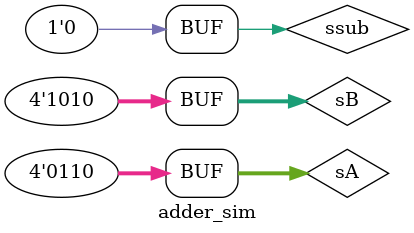
<source format=sv>
`timescale 1ns / 1ps


module adder_sim();

logic[3:0] sA, sB, sresult;
logic ssub, serror;
main_adder UUT (
.Ain(sA), .Bin(sB), .result(sresult), .sub(ssub),
.error(serror)
);

initial begin 

sA = 4'b0000;
sB = 4'b0001;
ssub = 0;
#10;
sA = 4'b0000;
sB = 4'b0001;
ssub = 1;
#10;
sA = 4'b1111;
sB = 4'b1111;
ssub = 0;
#10;
sA = 4'b1111;
sB = 4'b1111;
ssub = 1;
#10;
sA = 4'b0101;
sB = 4'b0011;
ssub = 0;
#10;
sA = 4'b1001;
sB = 4'b1101;
ssub = 0;
#10;
sA = 4'b1001;
sB = 4'b1101;
ssub = 1;
#10;
sA = 4'b1001;
sB = 4'b1001;
ssub = 0;
#10;
sA = 4'b1110;
sB = 4'b1110;
ssub = 0;
#10;
sA = 4'b0110;
sB = 4'b1011;
ssub = 0;
#10;
sA = 4'b1110;
sB = 4'b0110;
ssub = 1;
#10;
sA = 4'b0110;
sB = 4'b1010;
ssub = 0;

end

endmodule

</source>
